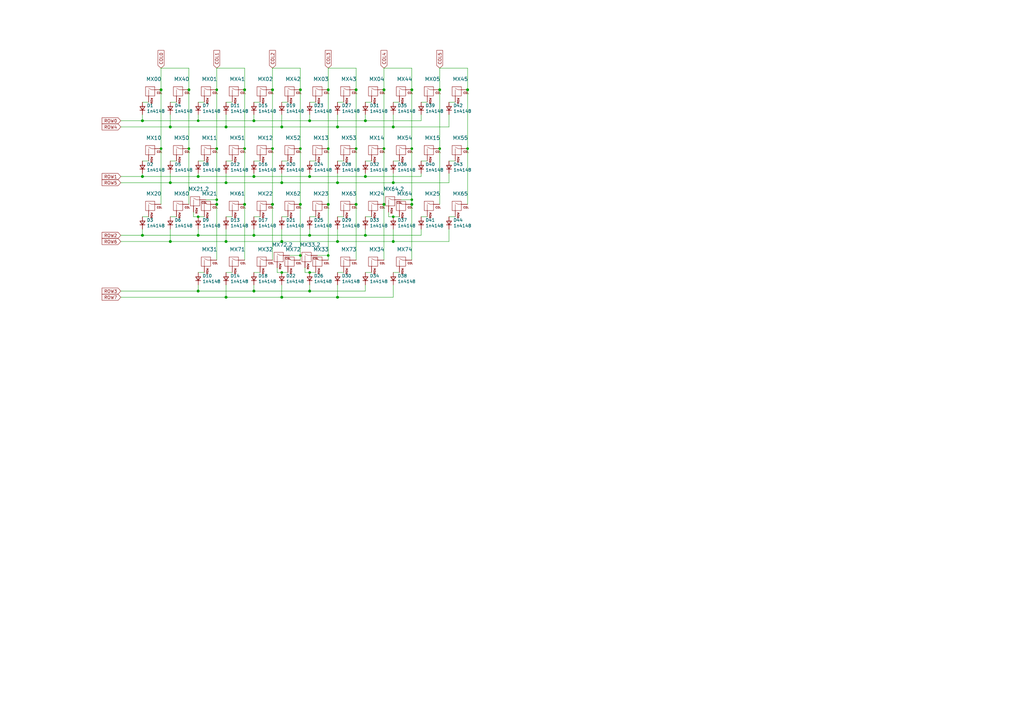
<source format=kicad_sch>
(kicad_sch (version 20230121) (generator eeschema)
  (paper "A3")
  (lib_symbols
    (symbol "Device:D_Small" (pin_numbers hide) (pin_names (offset 0.254) hide)
      (property "Reference" "D" (at -1.27 2.032 0))
      (property "Value" "D_Small" (at -3.81 -2.032 0))
      (symbol "D_Small_0_1"
        (polyline (pts (xy -0.762 -1.016) (xy -0.762 1.016)) (stroke (width 0.254)))
        (polyline (pts (xy -0.762 0) (xy 0.762 0)))
        (polyline (pts (xy 0.762 -1.016) (xy -0.762 0) (xy 0.762 1.016) (xy 0.762 -1.016)) (stroke (width 0.254)))
      )
      (symbol "D_Small_1_1"
        (pin passive line (at -2.54 0 0) (length 1.778) (name "K") (number "1"))
        (pin passive line (at 2.54 0 180) (length 1.778) (name "A") (number "2"))
      )
    )
    (symbol "MX_Alps_Hybrid:MX-NoLED" (pin_names (offset 1.016))
      (property "Reference" "MX" (at -0.635 3.81 0))
      (property "Value" "MX-NoLED" (at -0.635 1.27 0))
      (symbol "MX-NoLED_0_0"
        (rectangle (start -2.54 2.54) (end 1.27 -1.27))
        (polyline (pts (xy -1.27 -1.27) (xy -1.27 1.27)) (stroke (width 0.127)))
        (polyline (pts (xy 1.27 1.27) (xy 0 1.27) (xy -1.27 1.905)) (stroke (width 0.127)))
        (text "COL" (at 3.175 0 0) (effects (font (size 0.762 0.762))))
        (text "ROW" (at 0 -1.905 900) (effects (font (size 0.762 0.762)) (justify right)))
      )
      (symbol "MX-NoLED_1_1"
        (pin passive line (at 3.81 1.27 180) (length 2.54) (name "COL") (number "1"))
        (pin passive line (at -1.27 -3.81 90) (length 2.54) (name "ROW") (number "2"))
      )
    )
  )
  (junction (at 92.71 121.92) (diameter 1.016))
  (junction (at 115.57 121.92) (diameter 1.016))
  (junction (at 157.48 36.83) (diameter 1.016))
  (junction (at 157.48 60.96))
  (junction (at 149.86 96.52) (diameter 1.016))
  (junction (at 138.43 121.92) (diameter 1.016))
  (junction (at 127 111.76))
  (junction (at 180.34 36.83) (diameter 1.016))
  (junction (at 146.05 83.82) (diameter 1.016))
  (junction (at 88.9 36.83))
  (junction (at 123.19 83.82) (diameter 1.016))
  (junction (at 111.76 36.83) (diameter 1.016))
  (junction (at 127 49.53) (diameter 1.016))
  (junction (at 168.91 81.915))
  (junction (at 191.77 60.96))
  (junction (at 138.43 52.07) (diameter 1.016))
  (junction (at 149.86 72.39) (diameter 1.016))
  (junction (at 123.19 104.775))
  (junction (at 115.57 99.06) (diameter 1.016))
  (junction (at 81.28 72.39) (diameter 1.016))
  (junction (at 168.91 60.96))
  (junction (at 69.85 99.06) (diameter 1.016))
  (junction (at 100.33 83.82) (diameter 1.016))
  (junction (at 58.42 72.39) (diameter 1.016))
  (junction (at 111.76 83.82) (diameter 1.016))
  (junction (at 104.14 72.39) (diameter 1.016))
  (junction (at 58.42 49.53) (diameter 1.016))
  (junction (at 134.62 36.83) (diameter 1.016))
  (junction (at 92.71 52.07) (diameter 1.016))
  (junction (at 134.62 60.96))
  (junction (at 92.71 99.06) (diameter 1.016))
  (junction (at 69.85 52.07) (diameter 1.016))
  (junction (at 168.91 83.82) (diameter 1.016))
  (junction (at 100.33 60.96))
  (junction (at 123.19 36.83) (diameter 1.016))
  (junction (at 138.43 74.93) (diameter 1.016))
  (junction (at 168.91 36.83) (diameter 1.016))
  (junction (at 104.14 49.53) (diameter 1.016))
  (junction (at 81.28 119.38) (diameter 1.016))
  (junction (at 81.28 49.53))
  (junction (at 58.42 96.52) (diameter 1.016))
  (junction (at 100.33 36.83) (diameter 1.016))
  (junction (at 69.85 74.93) (diameter 1.016))
  (junction (at 127 96.52) (diameter 1.016))
  (junction (at 88.9 83.82) (diameter 1.016))
  (junction (at 81.28 96.52) (diameter 1.016))
  (junction (at 115.57 111.76))
  (junction (at 81.28 88.9))
  (junction (at 111.76 60.96))
  (junction (at 104.14 119.38) (diameter 1.016))
  (junction (at 77.47 60.96))
  (junction (at 115.57 52.07) (diameter 1.016))
  (junction (at 134.62 104.775))
  (junction (at 66.04 36.83) (diameter 1.016))
  (junction (at 180.34 60.96))
  (junction (at 92.71 74.93) (diameter 1.016))
  (junction (at 127 119.38) (diameter 1.016))
  (junction (at 161.29 74.93) (diameter 1.016))
  (junction (at 127 72.39) (diameter 1.016))
  (junction (at 134.62 83.82) (diameter 1.016))
  (junction (at 146.05 36.83) (diameter 1.016))
  (junction (at 161.29 99.06) (diameter 1.016))
  (junction (at 77.47 36.83) (diameter 1.016))
  (junction (at 157.48 83.82) (diameter 1.016))
  (junction (at 123.19 60.96))
  (junction (at 138.43 99.06) (diameter 1.016))
  (junction (at 104.14 96.52) (diameter 1.016))
  (junction (at 88.9 81.915))
  (junction (at 161.29 88.9))
  (junction (at 191.77 36.83) (diameter 1.016))
  (junction (at 88.9 60.96))
  (junction (at 115.57 74.93) (diameter 1.016))
  (junction (at 149.86 49.53) (diameter 1.016))
  (junction (at 146.05 60.96))
  (junction (at 161.29 52.07) (diameter 1.016))
  (junction (at 66.04 60.96))
  (wire (pts (xy 125.095 111.76) (xy 127 111.76)))
  (wire (pts (xy 157.48 60.96) (xy 157.48 83.82)))
  (wire (pts (xy 149.86 111.76) (xy 152.4 111.76)))
  (wire (pts (xy 66.04 27.94) (xy 77.47 27.94)))
  (wire (pts (xy 118.745 104.775) (xy 123.19 104.775)))
  (wire (pts (xy 104.14 96.52) (xy 127 96.52)))
  (wire (pts (xy 69.85 41.91) (xy 72.39 41.91)))
  (wire (pts (xy 111.76 83.82) (xy 111.76 106.68)))
  (wire (pts (xy 92.71 52.07) (xy 115.57 52.07)))
  (wire (pts (xy 184.15 46.99) (xy 184.15 52.07)))
  (wire (pts (xy 172.72 71.12) (xy 172.72 72.39)))
  (wire (pts (xy 49.53 72.39) (xy 58.42 72.39)))
  (wire (pts (xy 77.47 60.96) (xy 77.47 83.82)))
  (wire (pts (xy 127 116.84) (xy 127 119.38)))
  (wire (pts (xy 127 111.76) (xy 129.54 111.76)))
  (wire (pts (xy 81.28 41.91) (xy 83.82 41.91)))
  (wire (pts (xy 111.76 27.94) (xy 111.76 36.83)))
  (wire (pts (xy 146.05 27.94) (xy 146.05 36.83)))
  (wire (pts (xy 161.29 52.07) (xy 184.15 52.07)))
  (wire (pts (xy 92.71 88.9) (xy 95.25 88.9)))
  (wire (pts (xy 146.05 36.83) (xy 146.05 60.96)))
  (wire (pts (xy 161.29 46.99) (xy 161.29 52.07)))
  (wire (pts (xy 88.9 27.94) (xy 88.9 36.83)))
  (wire (pts (xy 69.85 71.12) (xy 69.85 74.93)))
  (wire (pts (xy 81.28 111.76) (xy 83.82 111.76)))
  (wire (pts (xy 149.86 46.99) (xy 149.86 49.53)))
  (wire (pts (xy 66.04 27.94) (xy 66.04 36.83)))
  (wire (pts (xy 180.34 27.94) (xy 180.34 36.83)))
  (wire (pts (xy 180.34 36.83) (xy 180.34 60.96)))
  (wire (pts (xy 104.14 88.9) (xy 106.68 88.9)))
  (wire (pts (xy 92.71 116.84) (xy 92.71 121.92)))
  (wire (pts (xy 69.85 88.9) (xy 72.39 88.9)))
  (wire (pts (xy 58.42 66.04) (xy 60.96 66.04)))
  (wire (pts (xy 127 46.99) (xy 127 49.53)))
  (wire (pts (xy 184.15 93.98) (xy 184.15 99.06)))
  (wire (pts (xy 134.62 36.83) (xy 134.62 60.96)))
  (wire (pts (xy 157.48 83.82) (xy 157.48 106.68)))
  (wire (pts (xy 58.42 72.39) (xy 81.28 72.39)))
  (wire (pts (xy 140.97 66.04) (xy 138.43 66.04)))
  (wire (pts (xy 184.15 71.12) (xy 184.15 74.93)))
  (wire (pts (xy 113.665 109.855) (xy 113.665 111.76)))
  (wire (pts (xy 191.77 27.94) (xy 191.77 36.83)))
  (wire (pts (xy 115.57 71.12) (xy 115.57 74.93)))
  (wire (pts (xy 49.53 96.52) (xy 58.42 96.52)))
  (wire (pts (xy 180.34 60.96) (xy 180.34 83.82)))
  (wire (pts (xy 146.05 83.82) (xy 146.05 106.68)))
  (wire (pts (xy 138.43 74.93) (xy 161.29 74.93)))
  (wire (pts (xy 163.83 66.04) (xy 161.29 66.04)))
  (wire (pts (xy 149.86 93.98) (xy 149.86 96.52)))
  (wire (pts (xy 66.04 60.96) (xy 66.04 83.82)))
  (wire (pts (xy 127 88.9) (xy 129.54 88.9)))
  (wire (pts (xy 146.05 60.96) (xy 146.05 83.82)))
  (wire (pts (xy 81.28 71.12) (xy 81.28 72.39)))
  (wire (pts (xy 49.53 121.92) (xy 92.71 121.92)))
  (wire (pts (xy 138.43 71.12) (xy 138.43 74.93)))
  (wire (pts (xy 79.375 88.9) (xy 81.28 88.9)))
  (wire (pts (xy 81.28 72.39) (xy 104.14 72.39)))
  (wire (pts (xy 164.465 81.915) (xy 168.91 81.915)))
  (wire (pts (xy 104.14 41.91) (xy 106.68 41.91)))
  (wire (pts (xy 125.095 109.855) (xy 125.095 111.76)))
  (wire (pts (xy 168.91 83.82) (xy 168.91 81.915)))
  (wire (pts (xy 152.4 41.91) (xy 149.86 41.91)))
  (wire (pts (xy 81.28 46.99) (xy 81.28 49.53)))
  (wire (pts (xy 134.62 27.94) (xy 134.62 36.83)))
  (wire (pts (xy 161.29 41.91) (xy 163.83 41.91)))
  (wire (pts (xy 92.71 41.91) (xy 95.25 41.91)))
  (wire (pts (xy 115.57 121.92) (xy 138.43 121.92)))
  (wire (pts (xy 104.14 72.39) (xy 127 72.39)))
  (wire (pts (xy 77.47 36.83) (xy 77.47 60.96)))
  (wire (pts (xy 138.43 41.91) (xy 140.97 41.91)))
  (wire (pts (xy 138.43 116.84) (xy 138.43 121.92)))
  (wire (pts (xy 69.85 66.04) (xy 72.39 66.04)))
  (wire (pts (xy 81.28 88.9) (xy 83.82 88.9)))
  (wire (pts (xy 161.29 99.06) (xy 184.15 99.06)))
  (wire (pts (xy 104.14 111.76) (xy 106.68 111.76)))
  (wire (pts (xy 115.57 116.84) (xy 115.57 121.92)))
  (wire (pts (xy 104.14 46.99) (xy 104.14 49.53)))
  (wire (pts (xy 118.11 88.9) (xy 115.57 88.9)))
  (wire (pts (xy 92.71 121.92) (xy 115.57 121.92)))
  (wire (pts (xy 157.48 27.94) (xy 157.48 36.83)))
  (wire (pts (xy 115.57 99.06) (xy 138.43 99.06)))
  (wire (pts (xy 127 66.04) (xy 129.54 66.04)))
  (wire (pts (xy 127 93.98) (xy 127 96.52)))
  (wire (pts (xy 149.86 96.52) (xy 172.72 96.52)))
  (wire (pts (xy 149.86 88.9) (xy 152.4 88.9)))
  (wire (pts (xy 111.76 36.83) (xy 111.76 60.96)))
  (wire (pts (xy 49.53 49.53) (xy 58.42 49.53)))
  (wire (pts (xy 100.33 83.82) (xy 100.33 106.68)))
  (wire (pts (xy 49.53 119.38) (xy 81.28 119.38)))
  (wire (pts (xy 115.57 46.99) (xy 115.57 52.07)))
  (wire (pts (xy 113.665 111.76) (xy 115.57 111.76)))
  (wire (pts (xy 69.85 93.98) (xy 69.85 99.06)))
  (wire (pts (xy 81.28 49.53) (xy 104.14 49.53)))
  (wire (pts (xy 69.85 99.06) (xy 92.71 99.06)))
  (wire (pts (xy 92.71 111.76) (xy 95.25 111.76)))
  (wire (pts (xy 168.91 27.94) (xy 157.48 27.94)))
  (wire (pts (xy 92.71 71.12) (xy 92.71 74.93)))
  (wire (pts (xy 127 71.12) (xy 127 72.39)))
  (wire (pts (xy 138.43 121.92) (xy 161.29 121.92)))
  (wire (pts (xy 123.19 104.775) (xy 123.19 106.68)))
  (wire (pts (xy 168.91 36.83) (xy 168.91 27.94)))
  (wire (pts (xy 88.9 60.96) (xy 88.9 81.915)))
  (wire (pts (xy 84.455 81.915) (xy 88.9 81.915)))
  (wire (pts (xy 92.71 66.04) (xy 95.25 66.04)))
  (wire (pts (xy 88.9 83.82) (xy 88.9 106.68)))
  (wire (pts (xy 129.54 41.91) (xy 127 41.91)))
  (wire (pts (xy 157.48 36.83) (xy 157.48 60.96)))
  (wire (pts (xy 140.97 111.76) (xy 138.43 111.76)))
  (wire (pts (xy 172.72 88.9) (xy 175.26 88.9)))
  (wire (pts (xy 49.53 74.93) (xy 69.85 74.93)))
  (wire (pts (xy 104.14 49.53) (xy 127 49.53)))
  (wire (pts (xy 191.77 27.94) (xy 180.34 27.94)))
  (wire (pts (xy 184.15 41.91) (xy 186.69 41.91)))
  (wire (pts (xy 58.42 93.98) (xy 58.42 96.52)))
  (wire (pts (xy 138.43 52.07) (xy 161.29 52.07)))
  (wire (pts (xy 123.19 83.82) (xy 123.19 104.775)))
  (wire (pts (xy 92.71 93.98) (xy 92.71 99.06)))
  (wire (pts (xy 191.77 83.82) (xy 191.77 60.96)))
  (wire (pts (xy 168.91 106.68) (xy 168.91 83.82)))
  (wire (pts (xy 149.86 66.04) (xy 152.4 66.04)))
  (wire (pts (xy 58.42 88.9) (xy 60.96 88.9)))
  (wire (pts (xy 163.83 88.9) (xy 161.29 88.9)))
  (wire (pts (xy 100.33 27.94) (xy 100.33 36.83)))
  (wire (pts (xy 149.86 72.39) (xy 172.72 72.39)))
  (wire (pts (xy 149.86 116.84) (xy 149.86 119.38)))
  (wire (pts (xy 161.29 116.84) (xy 161.29 121.92)))
  (wire (pts (xy 81.28 119.38) (xy 104.14 119.38)))
  (wire (pts (xy 58.42 49.53) (xy 81.28 49.53)))
  (wire (pts (xy 161.29 93.98) (xy 161.29 99.06)))
  (wire (pts (xy 66.04 36.83) (xy 66.04 60.96)))
  (wire (pts (xy 118.11 66.04) (xy 115.57 66.04)))
  (wire (pts (xy 161.29 71.12) (xy 161.29 74.93)))
  (wire (pts (xy 191.77 36.83) (xy 191.77 60.96)))
  (wire (pts (xy 115.57 52.07) (xy 138.43 52.07)))
  (wire (pts (xy 123.19 27.94) (xy 123.19 36.83)))
  (wire (pts (xy 69.85 74.93) (xy 92.71 74.93)))
  (wire (pts (xy 168.91 60.96) (xy 168.91 36.83)))
  (wire (pts (xy 92.71 74.93) (xy 115.57 74.93)))
  (wire (pts (xy 81.28 93.98) (xy 81.28 96.52)))
  (wire (pts (xy 134.62 83.82) (xy 134.62 104.775)))
  (wire (pts (xy 88.9 81.915) (xy 88.9 83.82)))
  (wire (pts (xy 138.43 93.98) (xy 138.43 99.06)))
  (wire (pts (xy 81.28 116.84) (xy 81.28 119.38)))
  (wire (pts (xy 123.19 60.96) (xy 123.19 83.82)))
  (wire (pts (xy 161.29 74.93) (xy 184.15 74.93)))
  (wire (pts (xy 130.175 104.775) (xy 134.62 104.775)))
  (wire (pts (xy 88.9 27.94) (xy 100.33 27.94)))
  (wire (pts (xy 49.53 99.06) (xy 69.85 99.06)))
  (wire (pts (xy 163.83 111.76) (xy 161.29 111.76)))
  (wire (pts (xy 134.62 60.96) (xy 134.62 83.82)))
  (wire (pts (xy 172.72 66.04) (xy 175.26 66.04)))
  (wire (pts (xy 49.53 52.07) (xy 69.85 52.07)))
  (wire (pts (xy 127 96.52) (xy 149.86 96.52)))
  (wire (pts (xy 138.43 99.06) (xy 161.29 99.06)))
  (wire (pts (xy 58.42 96.52) (xy 81.28 96.52)))
  (wire (pts (xy 159.385 86.995) (xy 159.385 88.9)))
  (wire (pts (xy 159.385 88.9) (xy 161.29 88.9)))
  (wire (pts (xy 127 72.39) (xy 149.86 72.39)))
  (wire (pts (xy 111.76 27.94) (xy 123.19 27.94)))
  (wire (pts (xy 100.33 60.96) (xy 100.33 83.82)))
  (wire (pts (xy 100.33 36.83) (xy 100.33 60.96)))
  (wire (pts (xy 127 49.53) (xy 149.86 49.53)))
  (wire (pts (xy 115.57 93.98) (xy 115.57 99.06)))
  (wire (pts (xy 172.72 93.98) (xy 172.72 96.52)))
  (wire (pts (xy 104.14 66.04) (xy 106.68 66.04)))
  (wire (pts (xy 184.15 66.04) (xy 186.69 66.04)))
  (wire (pts (xy 58.42 41.91) (xy 60.96 41.91)))
  (wire (pts (xy 58.42 46.99) (xy 58.42 49.53)))
  (wire (pts (xy 115.57 74.93) (xy 138.43 74.93)))
  (wire (pts (xy 134.62 104.775) (xy 134.62 106.68)))
  (wire (pts (xy 104.14 119.38) (xy 127 119.38)))
  (wire (pts (xy 88.9 36.83) (xy 88.9 60.96)))
  (wire (pts (xy 118.11 111.76) (xy 115.57 111.76)))
  (wire (pts (xy 123.19 36.83) (xy 123.19 60.96)))
  (wire (pts (xy 104.14 93.98) (xy 104.14 96.52)))
  (wire (pts (xy 115.57 41.91) (xy 118.11 41.91)))
  (wire (pts (xy 111.76 60.96) (xy 111.76 83.82)))
  (wire (pts (xy 168.91 81.915) (xy 168.91 60.96)))
  (wire (pts (xy 104.14 71.12) (xy 104.14 72.39)))
  (wire (pts (xy 77.47 27.94) (xy 77.47 36.83)))
  (wire (pts (xy 149.86 71.12) (xy 149.86 72.39)))
  (wire (pts (xy 79.375 86.995) (xy 79.375 88.9)))
  (wire (pts (xy 81.28 66.04) (xy 83.82 66.04)))
  (wire (pts (xy 127 119.38) (xy 149.86 119.38)))
  (wire (pts (xy 81.28 96.52) (xy 104.14 96.52)))
  (wire (pts (xy 140.97 88.9) (xy 138.43 88.9)))
  (wire (pts (xy 104.14 116.84) (xy 104.14 119.38)))
  (wire (pts (xy 138.43 46.99) (xy 138.43 52.07)))
  (wire (pts (xy 186.69 88.9) (xy 184.15 88.9)))
  (wire (pts (xy 69.85 52.07) (xy 92.71 52.07)))
  (wire (pts (xy 92.71 99.06) (xy 115.57 99.06)))
  (wire (pts (xy 172.72 46.99) (xy 172.72 49.53)))
  (wire (pts (xy 69.85 46.99) (xy 69.85 52.07)))
  (wire (pts (xy 149.86 49.53) (xy 172.72 49.53)))
  (wire (pts (xy 175.26 41.91) (xy 172.72 41.91)))
  (wire (pts (xy 92.71 46.99) (xy 92.71 52.07)))
  (wire (pts (xy 134.62 27.94) (xy 146.05 27.94)))
  (wire (pts (xy 58.42 71.12) (xy 58.42 72.39)))
  (global_label "ROW0" (shape input) (at 49.53 49.53 180) (property "Intersheetrefs" "${INTERSHEET_REFS}" (effects hide)))
  (global_label "COL4" (shape input) (at 157.48 27.94 90) (property "Intersheetrefs" "${INTERSHEET_REFS}" (effects hide)))
  (global_label "ROW3" (shape input) (at 49.53 119.38 180) (property "Intersheetrefs" "${INTERSHEET_REFS}" (effects hide)))
  (global_label "COL0" (shape input) (at 66.04 27.94 90) (property "Intersheetrefs" "${INTERSHEET_REFS}" (effects hide)))
  (global_label "COL3" (shape input) (at 134.62 27.94 90) (property "Intersheetrefs" "${INTERSHEET_REFS}" (effects hide)))
  (global_label "ROW1" (shape input) (at 49.53 72.39 180) (property "Intersheetrefs" "${INTERSHEET_REFS}" (effects hide)))
  (global_label "ROW5" (shape input) (at 49.53 74.93 180) (property "Intersheetrefs" "${INTERSHEET_REFS}" (effects hide)))
  (global_label "ROW2" (shape input) (at 49.53 96.52 180) (property "Intersheetrefs" "${INTERSHEET_REFS}" (effects hide)))
  (global_label "COL5" (shape input) (at 180.34 27.94 90) (property "Intersheetrefs" "${INTERSHEET_REFS}" (effects hide)))
  (global_label "ROW4" (shape input) (at 49.53 52.07 180) (property "Intersheetrefs" "${INTERSHEET_REFS}" (effects hide)))
  (global_label "COL1" (shape input) (at 88.9 27.94 90) (property "Intersheetrefs" "${INTERSHEET_REFS}" (effects hide)))
  (global_label "COL2" (shape input) (at 111.76 27.94 90) (property "Intersheetrefs" "${INTERSHEET_REFS}" (effects hide)))
  (global_label "ROW6" (shape input) (at 49.53 99.06 180) (property "Intersheetrefs" "${INTERSHEET_REFS}" (effects hide)))
  (global_label "ROW7" (shape input) (at 49.53 121.92 180) (property "Intersheetrefs" "${INTERSHEET_REFS}" (effects hide)))
  (symbol (lib_id "MX_Alps_Hybrid:MX-NoLED") (at 153.67 38.1 0) (unit 1)
    (property "Reference" "MX04" (at 154.5082 32.4358 0) (effects (font (size 1.524 1.524))))
    (property "Footprint" "kicad-alps:SW_Alps_1u" (effects hide))
  )
  (symbol (lib_id "Device:D_Small") (at 161.29 91.44 90) (unit 1)
    (property "Reference" "D37" (at 163.068 90.2716 90) (effects (justify right)))
    (property "Value" "1n4148" (at 163.068 92.583 90) (effects (justify right)))
    (property "Footprint" "Sleep-Lib:D_SOD-123-EditSkilk" (effects hide))
    (property "LCSC" "C81598" (effects hide))
  )
  (symbol (lib_id "MX_Alps_Hybrid:MX-NoLED") (at 176.53 85.09 0) (unit 1)
    (property "Reference" "MX25" (at 177.3682 79.4258 0) (effects (font (size 1.524 1.524))))
    (property "Footprint" "kicad-alps:SW_Alps_1u" (effects hide))
  )
  (symbol (lib_id "Device:D_Small") (at 172.72 68.58 90) (unit 1)
    (property "Reference" "D40" (at 174.498 67.4116 90) (effects (justify right)))
    (property "Value" "1n4148" (at 174.498 69.723 90) (effects (justify right)))
    (property "Footprint" "Sleep-Lib:D_SOD-123-EditSkilk" (effects hide))
    (property "LCSC" "C81598" (effects hide))
  )
  (symbol (lib_id "MX_Alps_Hybrid:MX-NoLED") (at 107.95 85.09 0) (unit 1)
    (property "Reference" "MX22" (at 108.7882 79.4258 0) (effects (font (size 1.524 1.524))))
    (property "Footprint" "kicad-alps:SW_Alps_1u" (effects hide))
  )
  (symbol (lib_id "MX_Alps_Hybrid:MX-NoLED") (at 142.24 107.95 0) (unit 1)
    (property "Reference" "MX73" (at 143.0782 102.2858 0) (effects (font (size 1.524 1.524))))
    (property "Footprint" "kicad-alps:SW_Alps_1u" (effects hide))
  )
  (symbol (lib_id "MX_Alps_Hybrid:MX-NoLED") (at 73.66 62.23 0) (unit 1)
    (property "Reference" "MX50" (at 74.4982 56.5658 0) (effects (font (size 1.524 1.524))))
    (property "Footprint" "kicad-alps:SW_Alps_1u" (effects hide))
  )
  (symbol (lib_id "MX_Alps_Hybrid:MX-NoLED") (at 107.95 107.95 0) (unit 1)
    (property "Reference" "MX32" (at 108.7882 102.2858 0) (effects (font (size 1.524 1.524))))
    (property "Footprint" "kicad-alps:SW_Alps_1u" (effects hide))
  )
  (symbol (lib_id "Device:D_Small") (at 127 44.45 90) (unit 1)
    (property "Reference" "D23" (at 128.778 43.2816 90) (effects (justify right)))
    (property "Value" "1n4148" (at 128.778 45.593 90) (effects (justify right)))
    (property "Footprint" "Sleep-Lib:D_SOD-123-EditSkilk" (effects hide))
    (property "LCSC" "C81598" (effects hide))
  )
  (symbol (lib_id "Device:D_Small") (at 115.57 44.45 90) (unit 1)
    (property "Reference" "D19" (at 117.348 43.2816 90) (effects (justify right)))
    (property "Value" "1n4148" (at 117.348 45.593 90) (effects (justify right)))
    (property "Footprint" "Sleep-Lib:D_SOD-123-EditSkilk" (effects hide))
    (property "LCSC" "C81598" (effects hide))
  )
  (symbol (lib_id "Device:D_Small") (at 127 91.44 90) (unit 1)
    (property "Reference" "D25" (at 128.778 90.2716 90) (effects (justify right)))
    (property "Value" "1n4148" (at 128.778 92.583 90) (effects (justify right)))
    (property "Footprint" "Sleep-Lib:D_SOD-123-EditSkilk" (effects hide))
    (property "LCSC" "C81598" (effects hide))
  )
  (symbol (lib_id "Device:D_Small") (at 58.42 91.44 90) (unit 1)
    (property "Reference" "D3" (at 60.198 90.2716 90) (effects (justify right)))
    (property "Value" "1n4148" (at 60.198 92.583 90) (effects (justify right)))
    (property "Footprint" "Sleep-Lib:D_SOD-123-EditSkilk" (effects hide))
    (property "LCSC" "C81598" (effects hide))
  )
  (symbol (lib_id "MX_Alps_Hybrid:MX-NoLED") (at 85.09 38.1 0) (unit 1)
    (property "Reference" "MX01" (at 85.9282 32.4358 0) (effects (font (size 1.524 1.524))))
    (property "Footprint" "kicad-alps:SW_Alps_1u" (effects hide))
  )
  (symbol (lib_id "Device:D_Small") (at 81.28 44.45 90) (unit 1)
    (property "Reference" "D7" (at 83.058 43.2816 90) (effects (justify right)))
    (property "Value" "1n4148" (at 83.058 45.593 90) (effects (justify right)))
    (property "Footprint" "Sleep-Lib:D_SOD-123-EditSkilk" (effects hide))
    (property "LCSC" "C81598" (effects hide))
  )
  (symbol (lib_id "Device:D_Small") (at 58.42 44.45 90) (unit 1)
    (property "Reference" "D1" (at 60.198 43.2816 90) (effects (justify right)))
    (property "Value" "1n4148" (at 60.198 45.593 90) (effects (justify right)))
    (property "Footprint" "Sleep-Lib:D_SOD-123-EditSkilk" (effects hide))
    (property "LCSC" "C81598" (effects hide))
  )
  (symbol (lib_id "MX_Alps_Hybrid:MX-NoLED") (at 130.81 38.1 0) (unit 1)
    (property "Reference" "MX03" (at 131.6482 32.4358 0) (effects (font (size 1.524 1.524))))
    (property "Footprint" "kicad-alps:SW_Alps_1u" (effects hide))
  )
  (symbol (lib_id "MX_Alps_Hybrid:MX-NoLED") (at 96.52 38.1 0) (unit 1)
    (property "Reference" "MX41" (at 97.3582 32.4358 0) (effects (font (size 1.524 1.524))))
    (property "Footprint" "kicad-alps:SW_Alps_1u" (effects hide))
  )
  (symbol (lib_id "MX_Alps_Hybrid:MX-NoLED") (at 130.81 85.09 0) (unit 1)
    (property "Reference" "MX23" (at 131.6482 79.4258 0) (effects (font (size 1.524 1.524))))
    (property "Footprint" "kicad-alps:SW_Alps_1u" (effects hide))
  )
  (symbol (lib_id "MX_Alps_Hybrid:MX-NoLED") (at 153.67 107.95 0) (unit 1)
    (property "Reference" "MX34" (at 154.5082 102.2858 0) (effects (font (size 1.524 1.524))))
    (property "Footprint" "kicad-alps:SW_Alps_1u" (effects hide))
  )
  (symbol (lib_id "MX_Alps_Hybrid:MX-NoLED") (at 130.81 62.23 0) (unit 1)
    (property "Reference" "MX13" (at 131.6482 56.5658 0) (effects (font (size 1.524 1.524))))
    (property "Footprint" "kicad-alps:SW_Alps_1u" (effects hide))
  )
  (symbol (lib_id "MX_Alps_Hybrid:MX-NoLED") (at 107.95 62.23 0) (unit 1)
    (property "Reference" "MX12" (at 108.7882 56.5658 0) (effects (font (size 1.524 1.524))))
    (property "Footprint" "kicad-alps:SW_Alps_1u" (effects hide))
  )
  (symbol (lib_id "Device:D_Small") (at 172.72 44.45 90) (unit 1)
    (property "Reference" "D39" (at 174.498 43.2816 90) (effects (justify right)))
    (property "Value" "1n4148" (at 174.498 45.593 90) (effects (justify right)))
    (property "Footprint" "Sleep-Lib:D_SOD-123-EditSkilk" (effects hide))
    (property "LCSC" "C81598" (effects hide))
  )
  (symbol (lib_id "Device:D_Small") (at 104.14 114.3 90) (unit 1)
    (property "Reference" "D18" (at 105.918 113.1316 90) (effects (justify right)))
    (property "Value" "1n4148" (at 105.918 115.443 90) (effects (justify right)))
    (property "Footprint" "Sleep-Lib:D_SOD-123-EditSkilk" (effects hide))
    (property "LCSC" "C81598" (effects hide))
  )
  (symbol (lib_id "Device:D_Small") (at 69.85 68.58 90) (unit 1)
    (property "Reference" "D5" (at 71.628 67.4116 90) (effects (justify right)))
    (property "Value" "1n4148" (at 71.628 69.723 90) (effects (justify right)))
    (property "Footprint" "Sleep-Lib:D_SOD-123-EditSkilk" (effects hide))
    (property "LCSC" "C81598" (effects hide))
  )
  (symbol (lib_id "Device:D_Small") (at 184.15 91.44 90) (unit 1)
    (property "Reference" "D44" (at 185.928 90.2716 90) (effects (justify right)))
    (property "Value" "1n4148" (at 185.928 92.583 90) (effects (justify right)))
    (property "Footprint" "Sleep-Lib:D_SOD-123-EditSkilk" (effects hide))
    (property "LCSC" "C81598" (effects hide))
  )
  (symbol (lib_id "MX_Alps_Hybrid:MX-NoLED") (at 119.38 85.09 0) (unit 1)
    (property "Reference" "MX62" (at 120.2182 79.4258 0) (effects (font (size 1.524 1.524))))
    (property "Footprint" "kicad-alps:SW_Alps_1u" (effects hide))
  )
  (symbol (lib_id "Device:D_Small") (at 172.72 91.44 90) (unit 1)
    (property "Reference" "D41" (at 174.498 90.2716 90) (effects (justify right)))
    (property "Value" "1n4148" (at 174.498 92.583 90) (effects (justify right)))
    (property "Footprint" "Sleep-Lib:D_SOD-123-EditSkilk" (effects hide))
    (property "LCSC" "C81598" (effects hide))
  )
  (symbol (lib_id "MX_Alps_Hybrid:MX-NoLED") (at 96.52 107.95 0) (unit 1)
    (property "Reference" "MX71" (at 97.3582 102.2858 0) (effects (font (size 1.524 1.524))))
    (property "Footprint" "kicad-alps:SW_Alps_1u" (effects hide))
  )
  (symbol (lib_id "MX_Alps_Hybrid:MX-NoLED") (at 85.09 85.09 0) (unit 1)
    (property "Reference" "MX21" (at 85.9282 79.4258 0) (effects (font (size 1.524 1.524))))
    (property "Footprint" "kicad-alps:SW_Alps_1u" (effects hide))
  )
  (symbol (lib_id "MX_Alps_Hybrid:MX-NoLED") (at 119.38 107.95 0) (unit 1)
    (property "Reference" "MX72" (at 120.2182 102.2858 0) (effects (font (size 1.524 1.524))))
    (property "Footprint" "kicad-alps:SW_Alps_1u" (effects hide))
  )
  (symbol (lib_id "MX_Alps_Hybrid:MX-NoLED") (at 165.1 107.95 0) (unit 1)
    (property "Reference" "MX74" (at 165.9382 102.2858 0) (effects (font (size 1.524 1.524))))
    (property "Footprint" "kicad-alps:SW_Alps_1u" (effects hide))
  )
  (symbol (lib_id "Device:D_Small") (at 138.43 68.58 90) (unit 1)
    (property "Reference" "D28" (at 140.208 67.4116 90) (effects (justify right)))
    (property "Value" "1n4148" (at 140.208 69.723 90) (effects (justify right)))
    (property "Footprint" "Sleep-Lib:D_SOD-123-EditSkilk" (effects hide))
    (property "LCSC" "C81598" (effects hide))
  )
  (symbol (lib_id "MX_Alps_Hybrid:MX-NoLED") (at 96.52 62.23 0) (unit 1)
    (property "Reference" "MX51" (at 97.3582 56.5658 0) (effects (font (size 1.524 1.524))))
    (property "Footprint" "kicad-alps:SW_Alps_1u" (effects hide))
  )
  (symbol (lib_id "Device:D_Small") (at 92.71 68.58 90) (unit 1)
    (property "Reference" "D12" (at 94.488 67.4116 90) (effects (justify right)))
    (property "Value" "1n4148" (at 94.488 69.723 90) (effects (justify right)))
    (property "Footprint" "Sleep-Lib:D_SOD-123-EditSkilk" (effects hide))
    (property "LCSC" "C81598" (effects hide))
  )
  (symbol (lib_id "Device:D_Small") (at 161.29 68.58 90) (unit 1)
    (property "Reference" "D36" (at 163.068 67.4116 90) (effects (justify right)))
    (property "Value" "1n4148" (at 163.068 69.723 90) (effects (justify right)))
    (property "Footprint" "Sleep-Lib:D_SOD-123-EditSkilk" (effects hide))
    (property "LCSC" "C81598" (effects hide))
  )
  (symbol (lib_id "Device:D_Small") (at 184.15 68.58 90) (unit 1)
    (property "Reference" "D43" (at 185.928 67.4116 90) (effects (justify right)))
    (property "Value" "1n4148" (at 185.928 69.723 90) (effects (justify right)))
    (property "Footprint" "Sleep-Lib:D_SOD-123-EditSkilk" (effects hide))
    (property "LCSC" "C81598" (effects hide))
  )
  (symbol (lib_id "MX_Alps_Hybrid:MX-NoLED") (at 130.81 107.95 0) (unit 1)
    (property "Reference" "MX33" (at 131.6482 102.2858 0) (effects (font (size 1.524 1.524))))
    (property "Footprint" "kicad-alps:SW_Alps_1u" (effects hide))
  )
  (symbol (lib_id "Device:D_Small") (at 104.14 91.44 90) (unit 1)
    (property "Reference" "D17" (at 105.918 90.2716 90) (effects (justify right)))
    (property "Value" "1n4148" (at 105.918 92.583 90) (effects (justify right)))
    (property "Footprint" "Sleep-Lib:D_SOD-123-EditSkilk" (effects hide))
    (property "LCSC" "C81598" (effects hide))
  )
  (symbol (lib_id "MX_Alps_Hybrid:MX-NoLED") (at 114.935 106.045 0) (unit 1)
    (property "Reference" "MX72.2" (at 115.7732 100.3808 0) (effects (font (size 1.524 1.524))))
    (property "Footprint" "kicad-alps:SW_Alps_1u" (effects hide))
  )
  (symbol (lib_id "Device:D_Small") (at 104.14 44.45 90) (unit 1)
    (property "Reference" "D15" (at 105.918 43.2816 90) (effects (justify right)))
    (property "Value" "1n4148" (at 105.918 45.593 90) (effects (justify right)))
    (property "Footprint" "Sleep-Lib:D_SOD-123-EditSkilk" (effects hide))
    (property "LCSC" "C81598" (effects hide))
  )
  (symbol (lib_id "Device:D_Small") (at 138.43 91.44 90) (unit 1)
    (property "Reference" "D29" (at 140.208 90.2716 90) (effects (justify right)))
    (property "Value" "1n4148" (at 140.208 92.583 90) (effects (justify right)))
    (property "Footprint" "Sleep-Lib:D_SOD-123-EditSkilk" (effects hide))
    (property "LCSC" "C81598" (effects hide))
  )
  (symbol (lib_id "MX_Alps_Hybrid:MX-NoLED") (at 187.96 62.23 0) (unit 1)
    (property "Reference" "MX55" (at 188.7982 56.5658 0) (effects (font (size 1.524 1.524))))
    (property "Footprint" "kicad-alps:SW_Alps_1u" (effects hide))
  )
  (symbol (lib_id "MX_Alps_Hybrid:MX-NoLED") (at 62.23 62.23 0) (unit 1)
    (property "Reference" "MX10" (at 63.0682 56.5658 0) (effects (font (size 1.524 1.524))))
    (property "Footprint" "kicad-alps:SW_Alps_1u" (effects hide))
  )
  (symbol (lib_id "MX_Alps_Hybrid:MX-NoLED") (at 119.38 38.1 0) (unit 1)
    (property "Reference" "MX42" (at 120.2182 32.4358 0) (effects (font (size 1.524 1.524))))
    (property "Footprint" "kicad-alps:SW_Alps_1u" (effects hide))
  )
  (symbol (lib_id "Device:D_Small") (at 127 68.58 90) (unit 1)
    (property "Reference" "D24" (at 128.778 67.4116 90) (effects (justify right)))
    (property "Value" "1n4148" (at 128.778 69.723 90) (effects (justify right)))
    (property "Footprint" "Sleep-Lib:D_SOD-123-EditSkilk" (effects hide))
    (property "LCSC" "C81598" (effects hide))
  )
  (symbol (lib_id "Device:D_Small") (at 115.57 68.58 90) (unit 1)
    (property "Reference" "D20" (at 117.348 67.4116 90) (effects (justify right)))
    (property "Value" "1n4148" (at 117.348 69.723 90) (effects (justify right)))
    (property "Footprint" "Sleep-Lib:D_SOD-123-EditSkilk" (effects hide))
    (property "LCSC" "C81598" (effects hide))
  )
  (symbol (lib_id "Device:D_Small") (at 149.86 68.58 90) (unit 1)
    (property "Reference" "D32" (at 151.638 67.4116 90) (effects (justify right)))
    (property "Value" "1n4148" (at 151.638 69.723 90) (effects (justify right)))
    (property "Footprint" "Sleep-Lib:D_SOD-123-EditSkilk" (effects hide))
    (property "LCSC" "C81598" (effects hide))
  )
  (symbol (lib_id "Device:D_Small") (at 149.86 44.45 90) (unit 1)
    (property "Reference" "D31" (at 151.638 43.2816 90) (effects (justify right)))
    (property "Value" "1n4148" (at 151.638 45.593 90) (effects (justify right)))
    (property "Footprint" "Sleep-Lib:D_SOD-123-EditSkilk" (effects hide))
    (property "LCSC" "C81598" (effects hide))
  )
  (symbol (lib_id "MX_Alps_Hybrid:MX-NoLED") (at 187.96 38.1 0) (unit 1)
    (property "Reference" "MX45" (at 188.7982 32.4358 0) (effects (font (size 1.524 1.524))))
    (property "Footprint" "kicad-alps:SW_Alps_1u" (effects hide))
  )
  (symbol (lib_id "Device:D_Small") (at 138.43 114.3 90) (unit 1)
    (property "Reference" "D30" (at 140.208 113.1316 90) (effects (justify right)))
    (property "Value" "1n4148" (at 140.208 115.443 90) (effects (justify right)))
    (property "Footprint" "Sleep-Lib:D_SOD-123-EditSkilk" (effects hide))
    (property "LCSC" "C81598" (effects hide))
  )
  (symbol (lib_id "MX_Alps_Hybrid:MX-NoLED") (at 80.645 83.185 0) (unit 1)
    (property "Reference" "MX21.2" (at 81.4832 77.5208 0) (effects (font (size 1.524 1.524))))
    (property "Footprint" "kicad-alps:SW_Alps_1u" (effects hide))
  )
  (symbol (lib_id "Device:D_Small") (at 115.57 91.44 90) (unit 1)
    (property "Reference" "D21" (at 117.348 90.2716 90) (effects (justify right)))
    (property "Value" "1n4148" (at 117.348 92.583 90) (effects (justify right)))
    (property "Footprint" "Sleep-Lib:D_SOD-123-EditSkilk" (effects hide))
    (property "LCSC" "C81598" (effects hide))
  )
  (symbol (lib_id "Device:D_Small") (at 92.71 114.3 90) (unit 1)
    (property "Reference" "D14" (at 94.488 113.1316 90) (effects (justify right)))
    (property "Value" "1n4148" (at 94.488 115.443 90) (effects (justify right)))
    (property "Footprint" "Sleep-Lib:D_SOD-123-EditSkilk" (effects hide))
    (property "LCSC" "C81598" (effects hide))
  )
  (symbol (lib_id "MX_Alps_Hybrid:MX-NoLED") (at 142.24 38.1 0) (unit 1)
    (property "Reference" "MX43" (at 143.0782 32.4358 0) (effects (font (size 1.524 1.524))))
    (property "Footprint" "kicad-alps:SW_Alps_1u" (effects hide))
  )
  (symbol (lib_id "MX_Alps_Hybrid:MX-NoLED") (at 187.96 85.09 0) (unit 1)
    (property "Reference" "MX65" (at 188.7982 79.4258 0) (effects (font (size 1.524 1.524))))
    (property "Footprint" "kicad-alps:SW_Alps_1u" (effects hide))
  )
  (symbol (lib_id "MX_Alps_Hybrid:MX-NoLED") (at 165.1 62.23 0) (unit 1)
    (property "Reference" "MX54" (at 165.9382 56.5658 0) (effects (font (size 1.524 1.524))))
    (property "Footprint" "kicad-alps:SW_Alps_1u" (effects hide))
  )
  (symbol (lib_id "Device:D_Small") (at 81.28 68.58 90) (unit 1)
    (property "Reference" "D8" (at 83.058 67.4116 90) (effects (justify right)))
    (property "Value" "1n4148" (at 83.058 69.723 90) (effects (justify right)))
    (property "Footprint" "Sleep-Lib:D_SOD-123-EditSkilk" (effects hide))
    (property "LCSC" "C81598" (effects hide))
  )
  (symbol (lib_id "Device:D_Small") (at 81.28 91.44 90) (unit 1)
    (property "Reference" "D9" (at 83.058 90.2716 90) (effects (justify right)))
    (property "Value" "1n4148" (at 83.058 92.583 90) (effects (justify right)))
    (property "Footprint" "Sleep-Lib:D_SOD-123-EditSkilk" (effects hide))
    (property "LCSC" "C81598" (effects hide))
  )
  (symbol (lib_id "Device:D_Small") (at 69.85 91.44 90) (unit 1)
    (property "Reference" "D6" (at 71.628 90.2716 90) (effects (justify right)))
    (property "Value" "1n4148" (at 71.628 92.583 90) (effects (justify right)))
    (property "Footprint" "Sleep-Lib:D_SOD-123-EditSkilk" (effects hide))
    (property "LCSC" "C81598" (effects hide))
  )
  (symbol (lib_id "MX_Alps_Hybrid:MX-NoLED") (at 165.1 38.1 0) (unit 1)
    (property "Reference" "MX44" (at 165.9382 32.4358 0) (effects (font (size 1.524 1.524))))
    (property "Footprint" "kicad-alps:SW_Alps_1u" (effects hide))
  )
  (symbol (lib_id "MX_Alps_Hybrid:MX-NoLED") (at 96.52 85.09 0) (unit 1)
    (property "Reference" "MX61" (at 97.3582 79.4258 0) (effects (font (size 1.524 1.524))))
    (property "Footprint" "kicad-alps:SW_Alps_1u" (effects hide))
  )
  (symbol (lib_id "Device:D_Small") (at 115.57 114.3 90) (unit 1)
    (property "Reference" "D22" (at 117.348 113.1316 90) (effects (justify right)))
    (property "Value" "1n4148" (at 117.348 115.443 90) (effects (justify right)))
    (property "Footprint" "Sleep-Lib:D_SOD-123-EditSkilk" (effects hide))
    (property "LCSC" "C81598" (effects hide))
  )
  (symbol (lib_id "Device:D_Small") (at 92.71 91.44 90) (unit 1)
    (property "Reference" "D13" (at 94.488 90.2716 90) (effects (justify right)))
    (property "Value" "1n4148" (at 94.488 92.583 90) (effects (justify right)))
    (property "Footprint" "Sleep-Lib:D_SOD-123-EditSkilk" (effects hide))
    (property "LCSC" "C81598" (effects hide))
  )
  (symbol (lib_id "MX_Alps_Hybrid:MX-NoLED") (at 176.53 38.1 0) (unit 1)
    (property "Reference" "MX05" (at 177.3682 32.4358 0) (effects (font (size 1.524 1.524))))
    (property "Footprint" "kicad-alps:SW_Alps_1u" (effects hide))
  )
  (symbol (lib_id "MX_Alps_Hybrid:MX-NoLED") (at 107.95 38.1 0) (unit 1)
    (property "Reference" "MX02" (at 108.7882 32.4358 0) (effects (font (size 1.524 1.524))))
    (property "Footprint" "kicad-alps:SW_Alps_1u" (effects hide))
  )
  (symbol (lib_id "MX_Alps_Hybrid:MX-NoLED") (at 126.365 106.045 0) (unit 1)
    (property "Reference" "MX33.2" (at 127.2032 100.3808 0) (effects (font (size 1.524 1.524))))
    (property "Footprint" "kicad-alps:SW_Alps_1u" (effects hide))
  )
  (symbol (lib_id "Device:D_Small") (at 58.42 68.58 90) (unit 1)
    (property "Reference" "D2" (at 60.198 67.4116 90) (effects (justify right)))
    (property "Value" "1n4148" (at 60.198 69.723 90) (effects (justify right)))
    (property "Footprint" "Sleep-Lib:D_SOD-123-EditSkilk" (effects hide))
    (property "LCSC" "C81598" (effects hide))
  )
  (symbol (lib_id "Device:D_Small") (at 161.29 114.3 90) (unit 1)
    (property "Reference" "D38" (at 163.068 113.1316 90) (effects (justify right)))
    (property "Value" "1n4148" (at 163.068 115.443 90) (effects (justify right)))
    (property "Footprint" "Sleep-Lib:D_SOD-123-EditSkilk" (effects hide))
    (property "LCSC" "C81598" (effects hide))
  )
  (symbol (lib_id "MX_Alps_Hybrid:MX-NoLED") (at 165.1 85.09 0) (unit 1)
    (property "Reference" "MX64" (at 165.9382 79.4258 0) (effects (font (size 1.524 1.524))))
    (property "Footprint" "kicad-alps:SW_Alps_1u" (effects hide))
  )
  (symbol (lib_id "Device:D_Small") (at 184.15 44.45 90) (unit 1)
    (property "Reference" "D42" (at 185.928 43.2816 90) (effects (justify right)))
    (property "Value" "1n4148" (at 185.928 45.593 90) (effects (justify right)))
    (property "Footprint" "Sleep-Lib:D_SOD-123-EditSkilk" (effects hide))
    (property "LCSC" "C81598" (effects hide))
  )
  (symbol (lib_id "MX_Alps_Hybrid:MX-NoLED") (at 142.24 62.23 0) (unit 1)
    (property "Reference" "MX53" (at 143.0782 56.5658 0) (effects (font (size 1.524 1.524))))
    (property "Footprint" "kicad-alps:SW_Alps_1u" (effects hide))
  )
  (symbol (lib_id "MX_Alps_Hybrid:MX-NoLED") (at 62.23 38.1 0) (unit 1)
    (property "Reference" "MX00" (at 63.0682 32.4358 0) (effects (font (size 1.524 1.524))))
    (property "Footprint" "kicad-alps:SW_Alps_1u" (effects hide))
  )
  (symbol (lib_id "Device:D_Small") (at 161.29 44.45 90) (unit 1)
    (property "Reference" "D35" (at 163.068 43.2816 90) (effects (justify right)))
    (property "Value" "1n4148" (at 163.068 45.593 90) (effects (justify right)))
    (property "Footprint" "Sleep-Lib:D_SOD-123-EditSkilk" (effects hide))
    (property "LCSC" "C81598" (effects hide))
  )
  (symbol (lib_id "Device:D_Small") (at 149.86 91.44 90) (unit 1)
    (property "Reference" "D33" (at 151.638 90.2716 90) (effects (justify right)))
    (property "Value" "1n4148" (at 151.638 92.583 90) (effects (justify right)))
    (property "Footprint" "Sleep-Lib:D_SOD-123-EditSkilk" (effects hide))
    (property "LCSC" "C81598" (effects hide))
  )
  (symbol (lib_id "Device:D_Small") (at 127 114.3 90) (unit 1)
    (property "Reference" "D26" (at 128.778 113.1316 90) (effects (justify right)))
    (property "Value" "1n4148" (at 128.778 115.443 90) (effects (justify right)))
    (property "Footprint" "Sleep-Lib:D_SOD-123-EditSkilk" (effects hide))
    (property "LCSC" "C81598" (effects hide))
  )
  (symbol (lib_id "MX_Alps_Hybrid:MX-NoLED") (at 160.655 83.185 0) (unit 1)
    (property "Reference" "MX64.2" (at 161.4932 77.5208 0) (effects (font (size 1.524 1.524))))
    (property "Footprint" "kicad-alps:SW_Alps_1u" (effects hide))
  )
  (symbol (lib_id "MX_Alps_Hybrid:MX-NoLED") (at 176.53 62.23 0) (unit 1)
    (property "Reference" "MX15" (at 177.3682 56.5658 0) (effects (font (size 1.524 1.524))))
    (property "Footprint" "kicad-alps:SW_Alps_1u" (effects hide))
  )
  (symbol (lib_id "MX_Alps_Hybrid:MX-NoLED") (at 62.23 85.09 0) (unit 1)
    (property "Reference" "MX20" (at 63.0682 79.4258 0) (effects (font (size 1.524 1.524))))
    (property "Footprint" "kicad-alps:SW_Alps_1.5u" (effects hide))
  )
  (symbol (lib_id "MX_Alps_Hybrid:MX-NoLED") (at 73.66 85.09 0) (unit 1)
    (property "Reference" "MX60" (at 74.4982 79.4258 0) (effects (font (size 1.524 1.524))))
    (property "Footprint" "kicad-alps:SW_Alps_1u" (effects hide))
  )
  (symbol (lib_id "Device:D_Small") (at 92.71 44.45 90) (unit 1)
    (property "Reference" "D11" (at 94.488 43.2816 90) (effects (justify right)))
    (property "Value" "1n4148" (at 94.488 45.593 90) (effects (justify right)))
    (property "Footprint" "Sleep-Lib:D_SOD-123-EditSkilk" (effects hide))
    (property "LCSC" "C81598" (effects hide))
  )
  (symbol (lib_id "MX_Alps_Hybrid:MX-NoLED") (at 142.24 85.09 0) (unit 1)
    (property "Reference" "MX63" (at 143.0782 79.4258 0) (effects (font (size 1.524 1.524))))
    (property "Footprint" "kicad-alps:SW_Alps_1u" (effects hide))
  )
  (symbol (lib_id "Device:D_Small") (at 81.28 114.3 90) (unit 1)
    (property "Reference" "D10" (at 83.058 113.1316 90) (effects (justify right)))
    (property "Value" "1n4148" (at 83.058 115.443 90) (effects (justify right)))
    (property "Footprint" "Sleep-Lib:D_SOD-123-EditSkilk" (effects hide))
    (property "LCSC" "C81598" (effects hide))
  )
  (symbol (lib_id "Device:D_Small") (at 104.14 68.58 90) (unit 1)
    (property "Reference" "D16" (at 105.918 67.4116 90) (effects (justify right)))
    (property "Value" "1n4148" (at 105.918 69.723 90) (effects (justify right)))
    (property "Footprint" "Sleep-Lib:D_SOD-123-EditSkilk" (effects hide))
    (property "LCSC" "C81598" (effects hide))
  )
  (symbol (lib_id "MX_Alps_Hybrid:MX-NoLED") (at 85.09 62.23 0) (unit 1)
    (property "Reference" "MX11" (at 85.9282 56.5658 0) (effects (font (size 1.524 1.524))))
    (property "Footprint" "kicad-alps:SW_Alps_1u" (effects hide))
  )
  (symbol (lib_id "Device:D_Small") (at 138.43 44.45 90) (unit 1)
    (property "Reference" "D27" (at 140.208 43.2816 90) (effects (justify right)))
    (property "Value" "1n4148" (at 140.208 45.593 90) (effects (justify right)))
    (property "Footprint" "Sleep-Lib:D_SOD-123-EditSkilk" (effects hide))
    (property "LCSC" "C81598" (effects hide))
  )
  (symbol (lib_id "Device:D_Small") (at 149.86 114.3 90) (unit 1)
    (property "Reference" "D34" (at 151.638 113.1316 90) (effects (justify right)))
    (property "Value" "1n4148" (at 151.638 115.443 90) (effects (justify right)))
    (property "Footprint" "Sleep-Lib:D_SOD-123-EditSkilk" (effects hide))
    (property "LCSC" "C81598" (effects hide))
  )
  (symbol (lib_id "MX_Alps_Hybrid:MX-NoLED") (at 153.67 85.09 0) (unit 1)
    (property "Reference" "MX24" (at 154.5082 79.4258 0) (effects (font (size 1.524 1.524))))
    (property "Footprint" "kicad-alps:SW_Alps_1u" (effects hide))
  )
  (symbol (lib_id "Device:D_Small") (at 69.85 44.45 90) (unit 1)
    (property "Reference" "D4" (at 71.628 43.2816 90) (effects (justify right)))
    (property "Value" "1n4148" (at 71.628 45.593 90) (effects (justify right)))
    (property "Footprint" "Sleep-Lib:D_SOD-123-EditSkilk" (effects hide))
    (property "LCSC" "C81598" (effects hide))
  )
  (symbol (lib_id "MX_Alps_Hybrid:MX-NoLED") (at 119.38 62.23 0) (unit 1)
    (property "Reference" "MX52" (at 120.2182 56.5658 0) (effects (font (size 1.524 1.524))))
    (property "Footprint" "kicad-alps:SW_Alps_1u" (effects hide))
  )
  (symbol (lib_id "MX_Alps_Hybrid:MX-NoLED") (at 85.09 107.95 0) (unit 1)
    (property "Reference" "MX31" (at 85.9282 102.2858 0) (effects (font (size 1.524 1.524))))
    (property "Footprint" "kicad-alps:SW_Alps_1u" (effects hide))
  )
  (symbol (lib_id "MX_Alps_Hybrid:MX-NoLED") (at 73.66 38.1 0) (unit 1)
    (property "Reference" "MX40" (at 74.4982 32.4358 0) (effects (font (size 1.524 1.524))))
    (property "Footprint" "kicad-alps:SW_Alps_1u" (effects hide))
  )
  (symbol (lib_id "MX_Alps_Hybrid:MX-NoLED") (at 153.67 62.23 0) (unit 1)
    (property "Reference" "MX14" (at 154.5082 56.5658 0) (effects (font (size 1.524 1.524))))
    (property "Footprint" "kicad-alps:SW_Alps_1u" (effects hide))
  )
)
</source>
